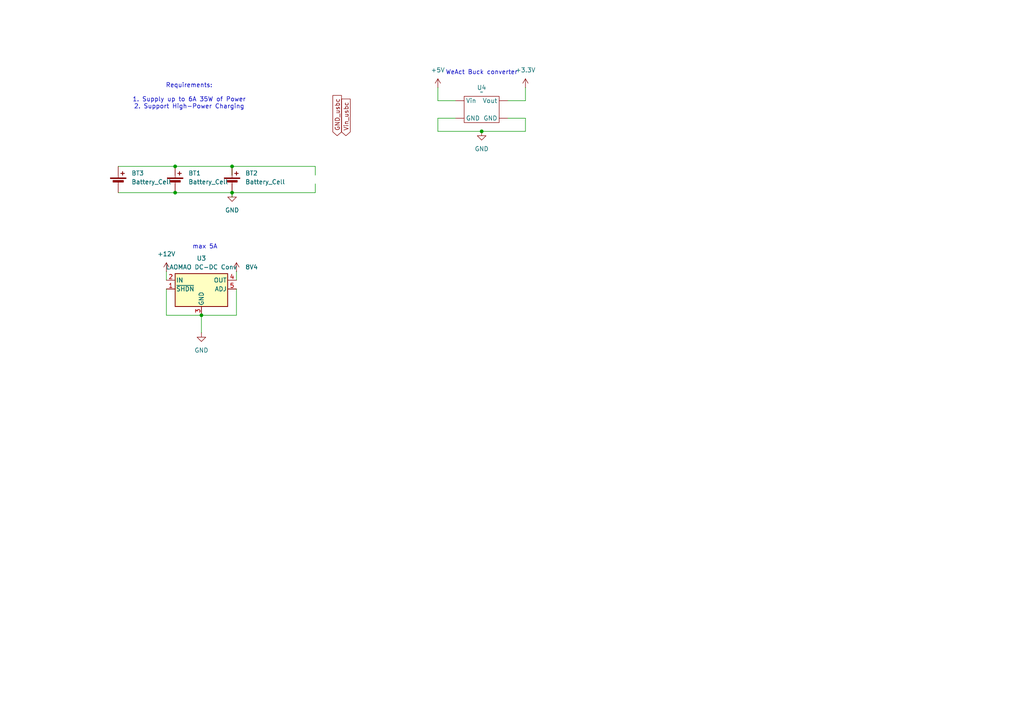
<source format=kicad_sch>
(kicad_sch
	(version 20231120)
	(generator "eeschema")
	(generator_version "8.0")
	(uuid "57738da5-9228-4986-ab13-a60c72e26ac0")
	(paper "A4")
	(lib_symbols
		(symbol "Device:Battery_Cell"
			(pin_numbers hide)
			(pin_names
				(offset 0) hide)
			(exclude_from_sim no)
			(in_bom yes)
			(on_board yes)
			(property "Reference" "BT"
				(at 2.54 2.54 0)
				(effects
					(font
						(size 1.27 1.27)
					)
					(justify left)
				)
			)
			(property "Value" "Battery_Cell"
				(at 2.54 0 0)
				(effects
					(font
						(size 1.27 1.27)
					)
					(justify left)
				)
			)
			(property "Footprint" ""
				(at 0 1.524 90)
				(effects
					(font
						(size 1.27 1.27)
					)
					(hide yes)
				)
			)
			(property "Datasheet" "~"
				(at 0 1.524 90)
				(effects
					(font
						(size 1.27 1.27)
					)
					(hide yes)
				)
			)
			(property "Description" "Single-cell battery"
				(at 0 0 0)
				(effects
					(font
						(size 1.27 1.27)
					)
					(hide yes)
				)
			)
			(property "ki_keywords" "battery cell"
				(at 0 0 0)
				(effects
					(font
						(size 1.27 1.27)
					)
					(hide yes)
				)
			)
			(symbol "Battery_Cell_0_1"
				(rectangle
					(start -2.286 1.778)
					(end 2.286 1.524)
					(stroke
						(width 0)
						(type default)
					)
					(fill
						(type outline)
					)
				)
				(rectangle
					(start -1.524 1.016)
					(end 1.524 0.508)
					(stroke
						(width 0)
						(type default)
					)
					(fill
						(type outline)
					)
				)
				(polyline
					(pts
						(xy 0 0.762) (xy 0 0)
					)
					(stroke
						(width 0)
						(type default)
					)
					(fill
						(type none)
					)
				)
				(polyline
					(pts
						(xy 0 1.778) (xy 0 2.54)
					)
					(stroke
						(width 0)
						(type default)
					)
					(fill
						(type none)
					)
				)
				(polyline
					(pts
						(xy 0.762 3.048) (xy 1.778 3.048)
					)
					(stroke
						(width 0.254)
						(type default)
					)
					(fill
						(type none)
					)
				)
				(polyline
					(pts
						(xy 1.27 3.556) (xy 1.27 2.54)
					)
					(stroke
						(width 0.254)
						(type default)
					)
					(fill
						(type none)
					)
				)
			)
			(symbol "Battery_Cell_1_1"
				(pin passive line
					(at 0 5.08 270)
					(length 2.54)
					(name "+"
						(effects
							(font
								(size 1.27 1.27)
							)
						)
					)
					(number "1"
						(effects
							(font
								(size 1.27 1.27)
							)
						)
					)
				)
				(pin passive line
					(at 0 -2.54 90)
					(length 2.54)
					(name "-"
						(effects
							(font
								(size 1.27 1.27)
							)
						)
					)
					(number "2"
						(effects
							(font
								(size 1.27 1.27)
							)
						)
					)
				)
			)
		)
		(symbol "Regulator_Linear:LP3966-ADJ"
			(pin_names
				(offset 0.254)
			)
			(exclude_from_sim no)
			(in_bom yes)
			(on_board yes)
			(property "Reference" "U"
				(at -6.35 5.715 0)
				(effects
					(font
						(size 1.27 1.27)
					)
				)
			)
			(property "Value" "LP3966-ADJ"
				(at 0 5.715 0)
				(effects
					(font
						(size 1.27 1.27)
					)
					(justify left)
				)
			)
			(property "Footprint" ""
				(at 0 0 0)
				(effects
					(font
						(size 1.27 1.27)
					)
					(hide yes)
				)
			)
			(property "Datasheet" "http://www.ti.com/lit/ds/symlink/lp3966.pdf"
				(at 0 0 0)
				(effects
					(font
						(size 1.27 1.27)
					)
					(hide yes)
				)
			)
			(property "Description" "3A Fast Ultra Low Dropout Linear Regulator, adjustable output voltage, TO-220-5/TO-263-5"
				(at 0 0 0)
				(effects
					(font
						(size 1.27 1.27)
					)
					(hide yes)
				)
			)
			(property "ki_keywords" "LDO Linear Regulator adjustable"
				(at 0 0 0)
				(effects
					(font
						(size 1.27 1.27)
					)
					(hide yes)
				)
			)
			(property "ki_fp_filters" "TO?220*Vertical*StaggerOdd* TO?263*TabPin3*"
				(at 0 0 0)
				(effects
					(font
						(size 1.27 1.27)
					)
					(hide yes)
				)
			)
			(symbol "LP3966-ADJ_0_1"
				(rectangle
					(start -7.62 -5.08)
					(end 7.62 4.445)
					(stroke
						(width 0.254)
						(type default)
					)
					(fill
						(type background)
					)
				)
			)
			(symbol "LP3966-ADJ_1_1"
				(pin input line
					(at -10.16 0 0)
					(length 2.54)
					(name "~{SHDN}"
						(effects
							(font
								(size 1.27 1.27)
							)
						)
					)
					(number "1"
						(effects
							(font
								(size 1.27 1.27)
							)
						)
					)
				)
				(pin power_in line
					(at -10.16 2.54 0)
					(length 2.54)
					(name "IN"
						(effects
							(font
								(size 1.27 1.27)
							)
						)
					)
					(number "2"
						(effects
							(font
								(size 1.27 1.27)
							)
						)
					)
				)
				(pin power_in line
					(at 0 -7.62 90)
					(length 2.54)
					(name "GND"
						(effects
							(font
								(size 1.27 1.27)
							)
						)
					)
					(number "3"
						(effects
							(font
								(size 1.27 1.27)
							)
						)
					)
				)
				(pin power_out line
					(at 10.16 2.54 180)
					(length 2.54)
					(name "OUT"
						(effects
							(font
								(size 1.27 1.27)
							)
						)
					)
					(number "4"
						(effects
							(font
								(size 1.27 1.27)
							)
						)
					)
				)
				(pin input line
					(at 10.16 0 180)
					(length 2.54)
					(name "ADJ"
						(effects
							(font
								(size 1.27 1.27)
							)
						)
					)
					(number "5"
						(effects
							(font
								(size 1.27 1.27)
							)
						)
					)
				)
			)
		)
		(symbol "custom_symbols:WeAct_stepdown"
			(exclude_from_sim no)
			(in_bom yes)
			(on_board yes)
			(property "Reference" "U"
				(at 0 4.318 0)
				(effects
					(font
						(size 1.27 1.27)
					)
				)
			)
			(property "Value" ""
				(at 0 0 0)
				(effects
					(font
						(size 1.27 1.27)
					)
				)
			)
			(property "Footprint" ""
				(at 0 0 0)
				(effects
					(font
						(size 1.27 1.27)
					)
					(hide yes)
				)
			)
			(property "Datasheet" ""
				(at 0 0 0)
				(effects
					(font
						(size 1.27 1.27)
					)
					(hide yes)
				)
			)
			(property "Description" ""
				(at 0 0 0)
				(effects
					(font
						(size 1.27 1.27)
					)
					(hide yes)
				)
			)
			(symbol "WeAct_stepdown_0_1"
				(rectangle
					(start -5.08 2.54)
					(end 5.08 -5.08)
					(stroke
						(width 0)
						(type default)
					)
					(fill
						(type none)
					)
				)
			)
			(symbol "WeAct_stepdown_1_1"
				(pin input line
					(at -7.62 -3.81 0)
					(length 2.54)
					(name "GND"
						(effects
							(font
								(size 1.27 1.27)
							)
						)
					)
					(number ""
						(effects
							(font
								(size 1.27 1.27)
							)
						)
					)
				)
				(pin output line
					(at 7.62 -3.81 180)
					(length 2.54)
					(name "GND"
						(effects
							(font
								(size 1.27 1.27)
							)
						)
					)
					(number ""
						(effects
							(font
								(size 1.27 1.27)
							)
						)
					)
				)
				(pin input line
					(at -7.62 1.27 0)
					(length 2.54)
					(name "Vin"
						(effects
							(font
								(size 1.27 1.27)
							)
						)
					)
					(number ""
						(effects
							(font
								(size 1.27 1.27)
							)
						)
					)
				)
				(pin output line
					(at 7.62 1.27 180)
					(length 2.54)
					(name "Vout"
						(effects
							(font
								(size 1.27 1.27)
							)
						)
					)
					(number ""
						(effects
							(font
								(size 1.27 1.27)
							)
						)
					)
				)
			)
		)
		(symbol "power:+12V"
			(power)
			(pin_numbers hide)
			(pin_names
				(offset 0) hide)
			(exclude_from_sim no)
			(in_bom yes)
			(on_board yes)
			(property "Reference" "#PWR"
				(at 0 -3.81 0)
				(effects
					(font
						(size 1.27 1.27)
					)
					(hide yes)
				)
			)
			(property "Value" "+12V"
				(at 0 3.556 0)
				(effects
					(font
						(size 1.27 1.27)
					)
				)
			)
			(property "Footprint" ""
				(at 0 0 0)
				(effects
					(font
						(size 1.27 1.27)
					)
					(hide yes)
				)
			)
			(property "Datasheet" ""
				(at 0 0 0)
				(effects
					(font
						(size 1.27 1.27)
					)
					(hide yes)
				)
			)
			(property "Description" "Power symbol creates a global label with name \"+12V\""
				(at 0 0 0)
				(effects
					(font
						(size 1.27 1.27)
					)
					(hide yes)
				)
			)
			(property "ki_keywords" "global power"
				(at 0 0 0)
				(effects
					(font
						(size 1.27 1.27)
					)
					(hide yes)
				)
			)
			(symbol "+12V_0_1"
				(polyline
					(pts
						(xy -0.762 1.27) (xy 0 2.54)
					)
					(stroke
						(width 0)
						(type default)
					)
					(fill
						(type none)
					)
				)
				(polyline
					(pts
						(xy 0 0) (xy 0 2.54)
					)
					(stroke
						(width 0)
						(type default)
					)
					(fill
						(type none)
					)
				)
				(polyline
					(pts
						(xy 0 2.54) (xy 0.762 1.27)
					)
					(stroke
						(width 0)
						(type default)
					)
					(fill
						(type none)
					)
				)
			)
			(symbol "+12V_1_1"
				(pin power_in line
					(at 0 0 90)
					(length 0)
					(name "~"
						(effects
							(font
								(size 1.27 1.27)
							)
						)
					)
					(number "1"
						(effects
							(font
								(size 1.27 1.27)
							)
						)
					)
				)
			)
		)
		(symbol "power:+3.3V"
			(power)
			(pin_numbers hide)
			(pin_names
				(offset 0) hide)
			(exclude_from_sim no)
			(in_bom yes)
			(on_board yes)
			(property "Reference" "#PWR"
				(at 0 -3.81 0)
				(effects
					(font
						(size 1.27 1.27)
					)
					(hide yes)
				)
			)
			(property "Value" "+3.3V"
				(at 0 3.556 0)
				(effects
					(font
						(size 1.27 1.27)
					)
				)
			)
			(property "Footprint" ""
				(at 0 0 0)
				(effects
					(font
						(size 1.27 1.27)
					)
					(hide yes)
				)
			)
			(property "Datasheet" ""
				(at 0 0 0)
				(effects
					(font
						(size 1.27 1.27)
					)
					(hide yes)
				)
			)
			(property "Description" "Power symbol creates a global label with name \"+3.3V\""
				(at 0 0 0)
				(effects
					(font
						(size 1.27 1.27)
					)
					(hide yes)
				)
			)
			(property "ki_keywords" "global power"
				(at 0 0 0)
				(effects
					(font
						(size 1.27 1.27)
					)
					(hide yes)
				)
			)
			(symbol "+3.3V_0_1"
				(polyline
					(pts
						(xy -0.762 1.27) (xy 0 2.54)
					)
					(stroke
						(width 0)
						(type default)
					)
					(fill
						(type none)
					)
				)
				(polyline
					(pts
						(xy 0 0) (xy 0 2.54)
					)
					(stroke
						(width 0)
						(type default)
					)
					(fill
						(type none)
					)
				)
				(polyline
					(pts
						(xy 0 2.54) (xy 0.762 1.27)
					)
					(stroke
						(width 0)
						(type default)
					)
					(fill
						(type none)
					)
				)
			)
			(symbol "+3.3V_1_1"
				(pin power_in line
					(at 0 0 90)
					(length 0)
					(name "~"
						(effects
							(font
								(size 1.27 1.27)
							)
						)
					)
					(number "1"
						(effects
							(font
								(size 1.27 1.27)
							)
						)
					)
				)
			)
		)
		(symbol "power:+5V"
			(power)
			(pin_numbers hide)
			(pin_names
				(offset 0) hide)
			(exclude_from_sim no)
			(in_bom yes)
			(on_board yes)
			(property "Reference" "#PWR"
				(at 0 -3.81 0)
				(effects
					(font
						(size 1.27 1.27)
					)
					(hide yes)
				)
			)
			(property "Value" "+5V"
				(at 0 3.556 0)
				(effects
					(font
						(size 1.27 1.27)
					)
				)
			)
			(property "Footprint" ""
				(at 0 0 0)
				(effects
					(font
						(size 1.27 1.27)
					)
					(hide yes)
				)
			)
			(property "Datasheet" ""
				(at 0 0 0)
				(effects
					(font
						(size 1.27 1.27)
					)
					(hide yes)
				)
			)
			(property "Description" "Power symbol creates a global label with name \"+5V\""
				(at 0 0 0)
				(effects
					(font
						(size 1.27 1.27)
					)
					(hide yes)
				)
			)
			(property "ki_keywords" "global power"
				(at 0 0 0)
				(effects
					(font
						(size 1.27 1.27)
					)
					(hide yes)
				)
			)
			(symbol "+5V_0_1"
				(polyline
					(pts
						(xy -0.762 1.27) (xy 0 2.54)
					)
					(stroke
						(width 0)
						(type default)
					)
					(fill
						(type none)
					)
				)
				(polyline
					(pts
						(xy 0 0) (xy 0 2.54)
					)
					(stroke
						(width 0)
						(type default)
					)
					(fill
						(type none)
					)
				)
				(polyline
					(pts
						(xy 0 2.54) (xy 0.762 1.27)
					)
					(stroke
						(width 0)
						(type default)
					)
					(fill
						(type none)
					)
				)
			)
			(symbol "+5V_1_1"
				(pin power_in line
					(at 0 0 90)
					(length 0)
					(name "~"
						(effects
							(font
								(size 1.27 1.27)
							)
						)
					)
					(number "1"
						(effects
							(font
								(size 1.27 1.27)
							)
						)
					)
				)
			)
		)
		(symbol "power:GND"
			(power)
			(pin_numbers hide)
			(pin_names
				(offset 0) hide)
			(exclude_from_sim no)
			(in_bom yes)
			(on_board yes)
			(property "Reference" "#PWR"
				(at 0 -6.35 0)
				(effects
					(font
						(size 1.27 1.27)
					)
					(hide yes)
				)
			)
			(property "Value" "GND"
				(at 0 -3.81 0)
				(effects
					(font
						(size 1.27 1.27)
					)
				)
			)
			(property "Footprint" ""
				(at 0 0 0)
				(effects
					(font
						(size 1.27 1.27)
					)
					(hide yes)
				)
			)
			(property "Datasheet" ""
				(at 0 0 0)
				(effects
					(font
						(size 1.27 1.27)
					)
					(hide yes)
				)
			)
			(property "Description" "Power symbol creates a global label with name \"GND\" , ground"
				(at 0 0 0)
				(effects
					(font
						(size 1.27 1.27)
					)
					(hide yes)
				)
			)
			(property "ki_keywords" "global power"
				(at 0 0 0)
				(effects
					(font
						(size 1.27 1.27)
					)
					(hide yes)
				)
			)
			(symbol "GND_0_1"
				(polyline
					(pts
						(xy 0 0) (xy 0 -1.27) (xy 1.27 -1.27) (xy 0 -2.54) (xy -1.27 -1.27) (xy 0 -1.27)
					)
					(stroke
						(width 0)
						(type default)
					)
					(fill
						(type none)
					)
				)
			)
			(symbol "GND_1_1"
				(pin power_in line
					(at 0 0 270)
					(length 0)
					(name "~"
						(effects
							(font
								(size 1.27 1.27)
							)
						)
					)
					(number "1"
						(effects
							(font
								(size 1.27 1.27)
							)
						)
					)
				)
			)
		)
	)
	(junction
		(at 58.42 91.44)
		(diameter 0)
		(color 0 0 0 0)
		(uuid "38fd3996-49ad-4678-ae58-259f9aa29342")
	)
	(junction
		(at 50.8 55.88)
		(diameter 0)
		(color 0 0 0 0)
		(uuid "4c1271f3-010a-433c-8c89-c41eebd65d68")
	)
	(junction
		(at 67.31 48.26)
		(diameter 0)
		(color 0 0 0 0)
		(uuid "7ce8e9cb-25cf-4040-a232-c94971b83217")
	)
	(junction
		(at 67.31 55.88)
		(diameter 0)
		(color 0 0 0 0)
		(uuid "9d22cda9-841e-4cf8-9933-5cf4ba6dd792")
	)
	(junction
		(at 50.8 48.26)
		(diameter 0)
		(color 0 0 0 0)
		(uuid "c28bc745-edea-4e8b-b709-f9049019aa17")
	)
	(junction
		(at 139.7 38.1)
		(diameter 0)
		(color 0 0 0 0)
		(uuid "dd9cbc50-7d19-4726-834e-a32028c0c76a")
	)
	(wire
		(pts
			(xy 147.32 34.29) (xy 152.4 34.29)
		)
		(stroke
			(width 0)
			(type default)
		)
		(uuid "057581ce-d7a4-4b1d-932a-6a649c3a46e4")
	)
	(wire
		(pts
			(xy 68.58 83.82) (xy 68.58 91.44)
		)
		(stroke
			(width 0)
			(type default)
		)
		(uuid "212c1654-33a1-4de0-bef2-c2b5a6d31345")
	)
	(wire
		(pts
			(xy 127 38.1) (xy 127 34.29)
		)
		(stroke
			(width 0)
			(type default)
		)
		(uuid "31d4b5ae-758c-4731-85d4-a519e06d2ffd")
	)
	(wire
		(pts
			(xy 147.32 29.21) (xy 152.4 29.21)
		)
		(stroke
			(width 0)
			(type default)
		)
		(uuid "3969a390-703a-420c-9dc9-0c7d4a056ef9")
	)
	(wire
		(pts
			(xy 91.44 48.26) (xy 67.31 48.26)
		)
		(stroke
			(width 0)
			(type default)
		)
		(uuid "3989e9c7-8786-4dc8-b0b7-74b6e9a873b7")
	)
	(wire
		(pts
			(xy 58.42 91.44) (xy 58.42 96.52)
		)
		(stroke
			(width 0)
			(type default)
		)
		(uuid "3fa40d28-7aed-4581-95c0-287fdd45bba1")
	)
	(wire
		(pts
			(xy 48.26 78.74) (xy 48.26 81.28)
		)
		(stroke
			(width 0)
			(type default)
		)
		(uuid "4a2d7120-4daa-44a1-b783-6553d21831cf")
	)
	(wire
		(pts
			(xy 48.26 91.44) (xy 48.26 83.82)
		)
		(stroke
			(width 0)
			(type default)
		)
		(uuid "51e6a4dc-8455-4fdf-ac6e-dd9a49cb7e41")
	)
	(wire
		(pts
			(xy 68.58 91.44) (xy 58.42 91.44)
		)
		(stroke
			(width 0)
			(type default)
		)
		(uuid "579b2379-231a-4881-9572-82fc1b5af3e5")
	)
	(wire
		(pts
			(xy 91.44 53.34) (xy 91.44 55.88)
		)
		(stroke
			(width 0)
			(type default)
		)
		(uuid "59bf8b00-0c60-426f-a7bc-f190260ab031")
	)
	(wire
		(pts
			(xy 50.8 55.88) (xy 67.31 55.88)
		)
		(stroke
			(width 0)
			(type default)
		)
		(uuid "62591cd4-9a09-4131-ab9a-28d902ea5730")
	)
	(wire
		(pts
			(xy 50.8 48.26) (xy 67.31 48.26)
		)
		(stroke
			(width 0)
			(type default)
		)
		(uuid "65256504-2016-457a-81ac-f2719dbe8894")
	)
	(wire
		(pts
			(xy 58.42 91.44) (xy 48.26 91.44)
		)
		(stroke
			(width 0)
			(type default)
		)
		(uuid "67d67468-af67-483a-8ada-d5f62409e758")
	)
	(wire
		(pts
			(xy 152.4 34.29) (xy 152.4 38.1)
		)
		(stroke
			(width 0)
			(type default)
		)
		(uuid "7e5517dd-0961-4e86-ad45-e6d2fb5bf803")
	)
	(wire
		(pts
			(xy 152.4 29.21) (xy 152.4 25.4)
		)
		(stroke
			(width 0)
			(type default)
		)
		(uuid "846f28db-6c21-4035-9a59-086854b2662f")
	)
	(wire
		(pts
			(xy 127 29.21) (xy 132.08 29.21)
		)
		(stroke
			(width 0)
			(type default)
		)
		(uuid "9becdf59-2821-4e44-a7b6-8cc15a030e4c")
	)
	(wire
		(pts
			(xy 127 38.1) (xy 139.7 38.1)
		)
		(stroke
			(width 0)
			(type default)
		)
		(uuid "abdecd99-3e87-47c0-a14c-c44e4b291f87")
	)
	(wire
		(pts
			(xy 34.29 55.88) (xy 50.8 55.88)
		)
		(stroke
			(width 0)
			(type default)
		)
		(uuid "bb1628c6-80c4-490a-a72a-35e6ef8d9090")
	)
	(wire
		(pts
			(xy 127 25.4) (xy 127 29.21)
		)
		(stroke
			(width 0)
			(type default)
		)
		(uuid "bb911f80-0f69-4558-92f5-580728d926c3")
	)
	(wire
		(pts
			(xy 127 34.29) (xy 132.08 34.29)
		)
		(stroke
			(width 0)
			(type default)
		)
		(uuid "c8545298-1665-4f50-ac71-559b5b1721c5")
	)
	(wire
		(pts
			(xy 68.58 78.74) (xy 68.58 81.28)
		)
		(stroke
			(width 0)
			(type default)
		)
		(uuid "d55c31d1-c794-41dc-b96a-2b8767e4e608")
	)
	(wire
		(pts
			(xy 67.31 57.15) (xy 67.31 55.88)
		)
		(stroke
			(width 0)
			(type default)
		)
		(uuid "d57a2f22-10f2-4741-84f4-290ff91f2be7")
	)
	(wire
		(pts
			(xy 91.44 55.88) (xy 67.31 55.88)
		)
		(stroke
			(width 0)
			(type default)
		)
		(uuid "db61bc1d-3dd1-440a-b0d5-94f71f40cc87")
	)
	(wire
		(pts
			(xy 34.29 48.26) (xy 50.8 48.26)
		)
		(stroke
			(width 0)
			(type default)
		)
		(uuid "e0227981-0545-4eee-96a3-0e49765b92ad")
	)
	(wire
		(pts
			(xy 91.44 48.26) (xy 91.44 50.8)
		)
		(stroke
			(width 0)
			(type default)
		)
		(uuid "e576503c-0180-436a-82b6-762c858dd59c")
	)
	(wire
		(pts
			(xy 139.7 38.1) (xy 152.4 38.1)
		)
		(stroke
			(width 0)
			(type default)
		)
		(uuid "ec9dc15a-95cf-4fea-be3d-38971a3fb822")
	)
	(wire
		(pts
			(xy 67.31 50.8) (xy 67.31 48.26)
		)
		(stroke
			(width 0)
			(type default)
		)
		(uuid "fcd42dbc-58b5-4ad0-8039-ee1f7b9c66fe")
	)
	(text "WeAct Buck converter"
		(exclude_from_sim no)
		(at 139.7 21.082 0)
		(effects
			(font
				(size 1.27 1.27)
			)
		)
		(uuid "a01c9c44-20d2-4d15-905f-e5f6e7c0e6ad")
	)
	(text "Requirements:\n\n1. Supply up to 6A 35W of Power\n2. Support High-Power Charging"
		(exclude_from_sim no)
		(at 54.864 27.94 0)
		(effects
			(font
				(size 1.27 1.27)
			)
		)
		(uuid "c12dceda-3153-4293-9da6-f7376375fc7b")
	)
	(text "max 5A\n"
		(exclude_from_sim no)
		(at 59.436 71.628 0)
		(effects
			(font
				(size 1.27 1.27)
			)
		)
		(uuid "ec0ac4ca-79bf-47ce-b347-4ba7c53e2add")
	)
	(global_label "GND_usbc"
		(shape input)
		(at 97.79 39.37 90)
		(fields_autoplaced yes)
		(effects
			(font
				(size 1.27 1.27)
			)
			(justify left)
		)
		(uuid "2cccbe26-80d9-4ae3-8900-2fab75e3dece")
		(property "Intersheetrefs" "${INTERSHEET_REFS}"
			(at 97.79 29.0449 90)
			(effects
				(font
					(size 1.27 1.27)
				)
				(justify left)
				(hide yes)
			)
		)
	)
	(global_label "Vin_usbc"
		(shape input)
		(at 100.33 39.37 90)
		(fields_autoplaced yes)
		(effects
			(font
				(size 1.27 1.27)
			)
			(justify left)
		)
		(uuid "c3e50cc8-c8e3-4380-a4c7-c78f356cfa0b")
		(property "Intersheetrefs" "${INTERSHEET_REFS}"
			(at 100.33 30.0573 90)
			(effects
				(font
					(size 1.27 1.27)
				)
				(justify left)
				(hide yes)
			)
		)
	)
	(symbol
		(lib_id "Device:Battery_Cell")
		(at 50.8 53.34 0)
		(unit 1)
		(exclude_from_sim no)
		(in_bom yes)
		(on_board yes)
		(dnp no)
		(fields_autoplaced yes)
		(uuid "2db59047-aa79-4062-bc28-b7a60fde1b46")
		(property "Reference" "BT1"
			(at 54.61 50.2284 0)
			(effects
				(font
					(size 1.27 1.27)
				)
				(justify left)
			)
		)
		(property "Value" "Battery_Cell"
			(at 54.61 52.7684 0)
			(effects
				(font
					(size 1.27 1.27)
				)
				(justify left)
			)
		)
		(property "Footprint" ""
			(at 50.8 51.816 90)
			(effects
				(font
					(size 1.27 1.27)
				)
				(hide yes)
			)
		)
		(property "Datasheet" "~"
			(at 50.8 51.816 90)
			(effects
				(font
					(size 1.27 1.27)
				)
				(hide yes)
			)
		)
		(property "Description" "Single-cell battery"
			(at 50.8 53.34 0)
			(effects
				(font
					(size 1.27 1.27)
				)
				(hide yes)
			)
		)
		(pin "1"
			(uuid "b4f37db8-2592-4123-9831-2257df0e1834")
		)
		(pin "2"
			(uuid "555b4a8e-86d5-4f5b-9c30-54df887549cc")
		)
		(instances
			(project ""
				(path "/0fc2c4a0-af9a-4116-a50b-185a823fab71/7d17d45a-6c11-4da8-b2b5-6443600ad8f0"
					(reference "BT1")
					(unit 1)
				)
			)
		)
	)
	(symbol
		(lib_id "power:GND")
		(at 139.7 38.1 0)
		(unit 1)
		(exclude_from_sim no)
		(in_bom yes)
		(on_board yes)
		(dnp no)
		(fields_autoplaced yes)
		(uuid "562df760-529d-48a7-8fcc-57fbda0ce07e")
		(property "Reference" "#PWR07"
			(at 139.7 44.45 0)
			(effects
				(font
					(size 1.27 1.27)
				)
				(hide yes)
			)
		)
		(property "Value" "GND"
			(at 139.7 43.18 0)
			(effects
				(font
					(size 1.27 1.27)
				)
			)
		)
		(property "Footprint" ""
			(at 139.7 38.1 0)
			(effects
				(font
					(size 1.27 1.27)
				)
				(hide yes)
			)
		)
		(property "Datasheet" ""
			(at 139.7 38.1 0)
			(effects
				(font
					(size 1.27 1.27)
				)
				(hide yes)
			)
		)
		(property "Description" "Power symbol creates a global label with name \"GND\" , ground"
			(at 139.7 38.1 0)
			(effects
				(font
					(size 1.27 1.27)
				)
				(hide yes)
			)
		)
		(pin "1"
			(uuid "ef373c86-2697-4f0e-afcf-307b4a384d9a")
		)
		(instances
			(project "v4"
				(path "/0fc2c4a0-af9a-4116-a50b-185a823fab71/7d17d45a-6c11-4da8-b2b5-6443600ad8f0"
					(reference "#PWR07")
					(unit 1)
				)
			)
		)
	)
	(symbol
		(lib_id "power:+5V")
		(at 127 25.4 0)
		(unit 1)
		(exclude_from_sim no)
		(in_bom yes)
		(on_board yes)
		(dnp no)
		(fields_autoplaced yes)
		(uuid "6f4f68d4-3166-4631-a2c1-b8e3439d1df3")
		(property "Reference" "#PWR06"
			(at 127 29.21 0)
			(effects
				(font
					(size 1.27 1.27)
				)
				(hide yes)
			)
		)
		(property "Value" "+5V"
			(at 127 20.32 0)
			(effects
				(font
					(size 1.27 1.27)
				)
			)
		)
		(property "Footprint" ""
			(at 127 25.4 0)
			(effects
				(font
					(size 1.27 1.27)
				)
				(hide yes)
			)
		)
		(property "Datasheet" ""
			(at 127 25.4 0)
			(effects
				(font
					(size 1.27 1.27)
				)
				(hide yes)
			)
		)
		(property "Description" "Power symbol creates a global label with name \"+5V\""
			(at 127 25.4 0)
			(effects
				(font
					(size 1.27 1.27)
				)
				(hide yes)
			)
		)
		(pin "1"
			(uuid "57314b2a-70f1-40ec-bb1b-5f0156ef8249")
		)
		(instances
			(project "v4"
				(path "/0fc2c4a0-af9a-4116-a50b-185a823fab71/7d17d45a-6c11-4da8-b2b5-6443600ad8f0"
					(reference "#PWR06")
					(unit 1)
				)
			)
		)
	)
	(symbol
		(lib_id "Regulator_Linear:LP3966-ADJ")
		(at 58.42 83.82 0)
		(unit 1)
		(exclude_from_sim no)
		(in_bom yes)
		(on_board yes)
		(dnp no)
		(fields_autoplaced yes)
		(uuid "7035af17-b0f3-4489-b96d-4608f2089db0")
		(property "Reference" "U3"
			(at 58.42 74.93 0)
			(effects
				(font
					(size 1.27 1.27)
				)
			)
		)
		(property "Value" "LAOMAO DC-DC Conv"
			(at 58.42 77.47 0)
			(effects
				(font
					(size 1.27 1.27)
				)
			)
		)
		(property "Footprint" ""
			(at 58.42 83.82 0)
			(effects
				(font
					(size 1.27 1.27)
				)
				(hide yes)
			)
		)
		(property "Datasheet" "http://www.ti.com/lit/ds/symlink/lp3966.pdf"
			(at 58.42 83.82 0)
			(effects
				(font
					(size 1.27 1.27)
				)
				(hide yes)
			)
		)
		(property "Description" "3A Fast Ultra Low Dropout Linear Regulator, adjustable output voltage, TO-220-5/TO-263-5"
			(at 58.42 83.82 0)
			(effects
				(font
					(size 1.27 1.27)
				)
				(hide yes)
			)
		)
		(pin "1"
			(uuid "0655144b-cd1c-4023-a33d-008984381749")
		)
		(pin "5"
			(uuid "1e2b2062-54a1-4175-9c77-6d4571583c77")
		)
		(pin "3"
			(uuid "569a85c4-de7f-4df2-8eda-555ca11bb79f")
		)
		(pin "2"
			(uuid "c56bd964-d1fc-42aa-891c-aa2a2f9120d4")
		)
		(pin "4"
			(uuid "22a6dcd9-1731-4ea9-aa53-deaa5e6ea676")
		)
		(instances
			(project ""
				(path "/0fc2c4a0-af9a-4116-a50b-185a823fab71/7d17d45a-6c11-4da8-b2b5-6443600ad8f0"
					(reference "U3")
					(unit 1)
				)
			)
		)
	)
	(symbol
		(lib_id "power:GND")
		(at 67.31 55.88 0)
		(unit 1)
		(exclude_from_sim no)
		(in_bom yes)
		(on_board yes)
		(dnp no)
		(fields_autoplaced yes)
		(uuid "74673746-1a8f-4b78-9af1-3a6fa7c7cdd2")
		(property "Reference" "#PWR04"
			(at 67.31 62.23 0)
			(effects
				(font
					(size 1.27 1.27)
				)
				(hide yes)
			)
		)
		(property "Value" "GND"
			(at 67.31 60.96 0)
			(effects
				(font
					(size 1.27 1.27)
				)
			)
		)
		(property "Footprint" ""
			(at 67.31 55.88 0)
			(effects
				(font
					(size 1.27 1.27)
				)
				(hide yes)
			)
		)
		(property "Datasheet" ""
			(at 67.31 55.88 0)
			(effects
				(font
					(size 1.27 1.27)
				)
				(hide yes)
			)
		)
		(property "Description" "Power symbol creates a global label with name \"GND\" , ground"
			(at 67.31 55.88 0)
			(effects
				(font
					(size 1.27 1.27)
				)
				(hide yes)
			)
		)
		(pin "1"
			(uuid "1288a8d2-4e68-4450-8ea9-709de5bf94c9")
		)
		(instances
			(project ""
				(path "/0fc2c4a0-af9a-4116-a50b-185a823fab71/7d17d45a-6c11-4da8-b2b5-6443600ad8f0"
					(reference "#PWR04")
					(unit 1)
				)
			)
		)
	)
	(symbol
		(lib_id "power:+3.3V")
		(at 152.4 25.4 0)
		(unit 1)
		(exclude_from_sim no)
		(in_bom yes)
		(on_board yes)
		(dnp no)
		(fields_autoplaced yes)
		(uuid "82799db6-6e47-466f-bbfb-623cbd4dc45f")
		(property "Reference" "#PWR03"
			(at 152.4 29.21 0)
			(effects
				(font
					(size 1.27 1.27)
				)
				(hide yes)
			)
		)
		(property "Value" "+3.3V"
			(at 152.4 20.32 0)
			(effects
				(font
					(size 1.27 1.27)
				)
			)
		)
		(property "Footprint" ""
			(at 152.4 25.4 0)
			(effects
				(font
					(size 1.27 1.27)
				)
				(hide yes)
			)
		)
		(property "Datasheet" ""
			(at 152.4 25.4 0)
			(effects
				(font
					(size 1.27 1.27)
				)
				(hide yes)
			)
		)
		(property "Description" "Power symbol creates a global label with name \"+3.3V\""
			(at 152.4 25.4 0)
			(effects
				(font
					(size 1.27 1.27)
				)
				(hide yes)
			)
		)
		(pin "1"
			(uuid "ec0c9eb2-ca9a-40d1-ba17-f9cdb3c40064")
		)
		(instances
			(project ""
				(path "/0fc2c4a0-af9a-4116-a50b-185a823fab71/7d17d45a-6c11-4da8-b2b5-6443600ad8f0"
					(reference "#PWR03")
					(unit 1)
				)
			)
		)
	)
	(symbol
		(lib_id "Device:Battery_Cell")
		(at 67.31 53.34 0)
		(unit 1)
		(exclude_from_sim no)
		(in_bom yes)
		(on_board yes)
		(dnp no)
		(fields_autoplaced yes)
		(uuid "a73e4100-2f93-4807-bfa0-aab93e502b69")
		(property "Reference" "BT2"
			(at 71.12 50.2284 0)
			(effects
				(font
					(size 1.27 1.27)
				)
				(justify left)
			)
		)
		(property "Value" "Battery_Cell"
			(at 71.12 52.7684 0)
			(effects
				(font
					(size 1.27 1.27)
				)
				(justify left)
			)
		)
		(property "Footprint" ""
			(at 67.31 51.816 90)
			(effects
				(font
					(size 1.27 1.27)
				)
				(hide yes)
			)
		)
		(property "Datasheet" "~"
			(at 67.31 51.816 90)
			(effects
				(font
					(size 1.27 1.27)
				)
				(hide yes)
			)
		)
		(property "Description" "Single-cell battery"
			(at 67.31 53.34 0)
			(effects
				(font
					(size 1.27 1.27)
				)
				(hide yes)
			)
		)
		(pin "1"
			(uuid "da143794-88bd-471b-a16f-d2ebd561ad63")
		)
		(pin "2"
			(uuid "6f8d5f23-0bde-405c-9e39-145f4f711e7e")
		)
		(instances
			(project "v4"
				(path "/0fc2c4a0-af9a-4116-a50b-185a823fab71/7d17d45a-6c11-4da8-b2b5-6443600ad8f0"
					(reference "BT2")
					(unit 1)
				)
			)
		)
	)
	(symbol
		(lib_id "Device:Battery_Cell")
		(at 34.29 53.34 0)
		(unit 1)
		(exclude_from_sim no)
		(in_bom yes)
		(on_board yes)
		(dnp no)
		(fields_autoplaced yes)
		(uuid "b752019a-81a0-45f7-9187-0e8d8407f6fa")
		(property "Reference" "BT3"
			(at 38.1 50.2284 0)
			(effects
				(font
					(size 1.27 1.27)
				)
				(justify left)
			)
		)
		(property "Value" "Battery_Cell"
			(at 38.1 52.7684 0)
			(effects
				(font
					(size 1.27 1.27)
				)
				(justify left)
			)
		)
		(property "Footprint" ""
			(at 34.29 51.816 90)
			(effects
				(font
					(size 1.27 1.27)
				)
				(hide yes)
			)
		)
		(property "Datasheet" "~"
			(at 34.29 51.816 90)
			(effects
				(font
					(size 1.27 1.27)
				)
				(hide yes)
			)
		)
		(property "Description" "Single-cell battery"
			(at 34.29 53.34 0)
			(effects
				(font
					(size 1.27 1.27)
				)
				(hide yes)
			)
		)
		(pin "1"
			(uuid "954ec235-3277-42fb-8620-bfec09e86953")
		)
		(pin "2"
			(uuid "5ffe38e6-2c72-4652-ac91-1a99a3510949")
		)
		(instances
			(project "v4"
				(path "/0fc2c4a0-af9a-4116-a50b-185a823fab71/7d17d45a-6c11-4da8-b2b5-6443600ad8f0"
					(reference "BT3")
					(unit 1)
				)
			)
		)
	)
	(symbol
		(lib_id "power:+12V")
		(at 48.26 78.74 0)
		(unit 1)
		(exclude_from_sim no)
		(in_bom yes)
		(on_board yes)
		(dnp no)
		(fields_autoplaced yes)
		(uuid "d4147113-4755-49bd-8679-d836fff5882d")
		(property "Reference" "#PWR011"
			(at 48.26 82.55 0)
			(effects
				(font
					(size 1.27 1.27)
				)
				(hide yes)
			)
		)
		(property "Value" "+12V"
			(at 48.26 73.66 0)
			(effects
				(font
					(size 1.27 1.27)
				)
			)
		)
		(property "Footprint" ""
			(at 48.26 78.74 0)
			(effects
				(font
					(size 1.27 1.27)
				)
				(hide yes)
			)
		)
		(property "Datasheet" ""
			(at 48.26 78.74 0)
			(effects
				(font
					(size 1.27 1.27)
				)
				(hide yes)
			)
		)
		(property "Description" "Power symbol creates a global label with name \"+12V\""
			(at 48.26 78.74 0)
			(effects
				(font
					(size 1.27 1.27)
				)
				(hide yes)
			)
		)
		(pin "1"
			(uuid "554dd26b-812b-4a79-b923-255584d3f601")
		)
		(instances
			(project ""
				(path "/0fc2c4a0-af9a-4116-a50b-185a823fab71/7d17d45a-6c11-4da8-b2b5-6443600ad8f0"
					(reference "#PWR011")
					(unit 1)
				)
			)
		)
	)
	(symbol
		(lib_id "power:GND")
		(at 58.42 96.52 0)
		(unit 1)
		(exclude_from_sim no)
		(in_bom yes)
		(on_board yes)
		(dnp no)
		(fields_autoplaced yes)
		(uuid "e1729202-9ceb-400c-9dd5-db0ce68b1cb5")
		(property "Reference" "#PWR012"
			(at 58.42 102.87 0)
			(effects
				(font
					(size 1.27 1.27)
				)
				(hide yes)
			)
		)
		(property "Value" "GND"
			(at 58.42 101.6 0)
			(effects
				(font
					(size 1.27 1.27)
				)
			)
		)
		(property "Footprint" ""
			(at 58.42 96.52 0)
			(effects
				(font
					(size 1.27 1.27)
				)
				(hide yes)
			)
		)
		(property "Datasheet" ""
			(at 58.42 96.52 0)
			(effects
				(font
					(size 1.27 1.27)
				)
				(hide yes)
			)
		)
		(property "Description" "Power symbol creates a global label with name \"GND\" , ground"
			(at 58.42 96.52 0)
			(effects
				(font
					(size 1.27 1.27)
				)
				(hide yes)
			)
		)
		(pin "1"
			(uuid "d782b039-af57-4167-b0f6-c27941e50363")
		)
		(instances
			(project "v4"
				(path "/0fc2c4a0-af9a-4116-a50b-185a823fab71/7d17d45a-6c11-4da8-b2b5-6443600ad8f0"
					(reference "#PWR012")
					(unit 1)
				)
			)
		)
	)
	(symbol
		(lib_id "power:+5V")
		(at 68.58 78.74 0)
		(unit 1)
		(exclude_from_sim no)
		(in_bom yes)
		(on_board yes)
		(dnp no)
		(fields_autoplaced yes)
		(uuid "ea6f78aa-1db8-47a1-950f-2e55c1fada1a")
		(property "Reference" "#PWR02"
			(at 68.58 82.55 0)
			(effects
				(font
					(size 1.27 1.27)
				)
				(hide yes)
			)
		)
		(property "Value" "8V4"
			(at 71.12 77.4699 0)
			(effects
				(font
					(size 1.27 1.27)
				)
				(justify left)
			)
		)
		(property "Footprint" ""
			(at 68.58 78.74 0)
			(effects
				(font
					(size 1.27 1.27)
				)
				(hide yes)
			)
		)
		(property "Datasheet" ""
			(at 68.58 78.74 0)
			(effects
				(font
					(size 1.27 1.27)
				)
				(hide yes)
			)
		)
		(property "Description" "Power symbol creates a global label with name \"+5V\""
			(at 68.58 78.74 0)
			(effects
				(font
					(size 1.27 1.27)
				)
				(hide yes)
			)
		)
		(pin "1"
			(uuid "2225e4f8-d9da-42bd-9cf6-afa48d7e403b")
		)
		(instances
			(project ""
				(path "/0fc2c4a0-af9a-4116-a50b-185a823fab71/7d17d45a-6c11-4da8-b2b5-6443600ad8f0"
					(reference "#PWR02")
					(unit 1)
				)
			)
		)
	)
	(symbol
		(lib_id "custom_symbols:WeAct_stepdown")
		(at 139.7 30.48 0)
		(unit 1)
		(exclude_from_sim no)
		(in_bom yes)
		(on_board yes)
		(dnp no)
		(fields_autoplaced yes)
		(uuid "ffc27a4f-7edc-4d9a-a19c-0f793f1be80a")
		(property "Reference" "U4"
			(at 139.7 25.4 0)
			(effects
				(font
					(size 1.27 1.27)
				)
			)
		)
		(property "Value" "~"
			(at 139.7 26.67 0)
			(effects
				(font
					(size 1.27 1.27)
				)
			)
		)
		(property "Footprint" ""
			(at 139.7 30.48 0)
			(effects
				(font
					(size 1.27 1.27)
				)
				(hide yes)
			)
		)
		(property "Datasheet" ""
			(at 139.7 30.48 0)
			(effects
				(font
					(size 1.27 1.27)
				)
				(hide yes)
			)
		)
		(property "Description" ""
			(at 139.7 30.48 0)
			(effects
				(font
					(size 1.27 1.27)
				)
				(hide yes)
			)
		)
		(pin ""
			(uuid "693311a0-a613-4183-a38b-140f2bdc6af7")
		)
		(pin ""
			(uuid "0c30a604-b4c6-4893-9856-6c6a3bcb5821")
		)
		(pin ""
			(uuid "b809abef-d41d-44d6-a82c-32fe5dfdc3fe")
		)
		(pin ""
			(uuid "77b828c0-8c06-47c0-b9b3-2deedfa25c53")
		)
		(instances
			(project ""
				(path "/0fc2c4a0-af9a-4116-a50b-185a823fab71/7d17d45a-6c11-4da8-b2b5-6443600ad8f0"
					(reference "U4")
					(unit 1)
				)
			)
		)
	)
)

</source>
